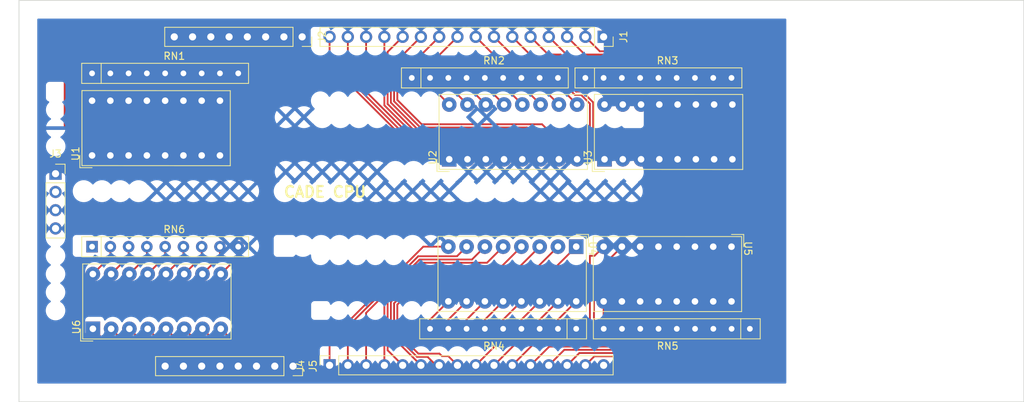
<source format=kicad_pcb>
(kicad_pcb (version 20211014) (generator pcbnew)
  (layers (0 "F.Cu" signal) (1 "In1.Cu" signal) (2 "In2.Cu" signal) (31 "B.Cu" signal) (34 "B.Paste" user) (35 "F.Paste" user) (36 "B.SilkS" user "B.Silkscreen") (37 "F.SilkS" user "F.Silkscreen") (38 "B.Mask" user) (39 "F.Mask" user) (44 "Edge.Cuts" user))
  (net 0 "")
  (net 1 "A0")
  (net 2 "A1")
  (net 3 "A2")
  (net 4 "A3")
  (net 5 "A4")
  (net 6 "A5")
  (net 7 "A6")
  (net 8 "A7")
  (net 9 "A8")
  (net 10 "A9")
  (net 11 "A10")
  (net 12 "A11")
  (net 13 "A12")
  (net 14 "A13")
  (net 15 "A14")
  (net 16 "A15")
  (net 17 "D0")
  (net 18 "D1")
  (net 19 "D2")
  (net 20 "D3")
  (net 21 "D4")
  (net 22 "D5")
  (net 23 "D6")
  (net 24 "D7")
  (net 25 "CLK")
  (net 26 "RST")
  (net 27 "GND")
  (net 28 "+5V")
  (net 29 "X")
  (net 30 "OI")
  (net 31 "MW")
  (net 32 "H")
  (net 33 "C")
  (net 34 "~{II}")
  (net 35 "Im")
  (net 36 "~{ΣO}")
  (net 37 "~{ΣI}")
  (net 38 "RO")
  (net 39 "RI")
  (net 40 "~{MO}")
  (net 41 "MI")
  (net 42 "~{CO}")
  (net 43 "CE")
  (net 44 "~{CI}")
  (net 45 "Net-(RN1-Pad2)")
  (net 46 "Net-(RN1-Pad3)")
  (net 47 "Net-(RN1-Pad4)")
  (net 48 "Net-(RN1-Pad5)")
  (net 49 "Net-(RN1-Pad6)")
  (net 50 "Net-(RN1-Pad7)")
  (net 51 "Net-(RN1-Pad8)")
  (net 52 "Net-(RN1-Pad9)")
  (net 53 "Net-(RN2-Pad2)")
  (net 54 "Net-(RN2-Pad3)")
  (net 55 "Net-(RN2-Pad4)")
  (net 56 "Net-(RN2-Pad5)")
  (net 57 "Net-(RN2-Pad6)")
  (net 58 "Net-(RN2-Pad7)")
  (net 59 "Net-(RN2-Pad8)")
  (net 60 "Net-(RN2-Pad9)")
  (net 61 "Net-(RN3-Pad2)")
  (net 62 "Net-(RN3-Pad3)")
  (net 63 "Net-(RN3-Pad4)")
  (net 64 "Net-(RN3-Pad5)")
  (net 65 "Net-(RN3-Pad6)")
  (net 66 "Net-(RN3-Pad7)")
  (net 67 "Net-(RN3-Pad8)")
  (net 68 "Net-(RN3-Pad9)")
  (net 69 "Net-(RN4-Pad2)")
  (net 70 "Net-(RN4-Pad3)")
  (net 71 "Net-(RN4-Pad4)")
  (net 72 "Net-(RN4-Pad5)")
  (net 73 "Net-(RN4-Pad6)")
  (net 74 "Net-(RN4-Pad7)")
  (net 75 "Net-(RN4-Pad8)")
  (net 76 "Net-(RN4-Pad9)")
  (net 77 "Net-(RN5-Pad2)")
  (net 78 "Net-(RN5-Pad3)")
  (net 79 "Net-(RN5-Pad4)")
  (net 80 "Net-(RN5-Pad5)")
  (net 81 "Net-(RN5-Pad6)")
  (net 82 "Net-(RN5-Pad7)")
  (net 83 "Net-(RN5-Pad8)")
  (net 84 "Net-(RN5-Pad9)")
  (net 85 "I0")
  (net 86 "I1")
  (net 87 "I3")
  (net 88 "I4")
  (net 89 "I5")
  (net 90 "I6")
  (net 91 "I7")
  (net 92 "I8")
  (net 93 "Net-(RN6-Pad2)")
  (net 94 "Net-(RN6-Pad3)")
  (net 95 "Net-(RN6-Pad4)")
  (net 96 "Net-(RN6-Pad5)")
  (net 97 "Net-(RN6-Pad6)")
  (net 98 "Net-(RN6-Pad7)")
  (net 99 "Net-(RN6-Pad8)")
  (net 100 "Net-(RN6-Pad9)")
  (footprint "Connector_PinSocket_2.54mm:PinSocket_1x08_P2.54mm_Vertical" (layer "F.Cu") (at 130.81 71.12 -90)
    (fp_text reference "J2")
    (fp_text value "DATA_BUS")
  )
  (footprint "Resistor_THT:R_Array_SIP9" (layer "F.Cu") (at 101.6 76.2)
    (fp_text reference "RN1")
    (fp_text value "R_Network08")
  )
  (footprint "Display:8-SEGMENT_LED" (layer "F.Cu") (at 168.91 100.323623 -90)
    (fp_text reference "U4")
    (fp_text value "8_Segment_LED_Bar_Graph")
  )
  (footprint "Resistor_THT:R_Array_SIP9" (layer "F.Cu") (at 101.6 100.33)
    (fp_text reference "RN6")
    (fp_text value "R_Network08")
  )
  (footprint "Resistor_THT:R_Array_SIP9" (layer "F.Cu") (at 170.18 76.835)
    (fp_text reference "RN3")
    (fp_text value "R_Network08")
  )
  (footprint "Resistor_THT:R_Array_SIP9" (layer "F.Cu") (at 146.05 76.835)
    (fp_text reference "RN2")
    (fp_text value "R_Network08")
  )
  (footprint "Display:8-SEGMENT_LED" (layer "F.Cu") (at 190.5 100.33 -90)
    (fp_text reference "U5")
    (fp_text value "8_Segment_LED_Bar_Graph")
  )
  (footprint "Connector_PinSocket_2.54mm:PinSocket_1x04_P2.54mm_Vertical" (layer "F.Cu") (at 96.52 90.17)
    (fp_text reference "J3")
    (fp_text value "Conn_01x03_Female")
  )
  (footprint "Display:8-SEGMENT_LED" (layer "F.Cu") (at 172.844845 88.160558 90)
    (fp_text reference "U3")
    (fp_text value "8_Segment_LED_Bar_Graph")
  )
  (footprint "Resistor_THT:R_Array_SIP9" (layer "F.Cu") (at 168.91 111.76 180)
    (fp_text reference "RN4")
    (fp_text value "R_Network08")
  )
  (footprint "Resistor_THT:R_Array_SIP9" (layer "F.Cu") (at 193.055 111.76 180)
    (fp_text reference "RN5")
    (fp_text value "R_Network08")
  )
  (footprint "Connector_PinSocket_2.54mm:PinSocket_1x16_P2.54mm_Vertical" (layer "F.Cu") (at 172.72 71.12 -90)
    (fp_text reference "J1")
    (fp_text value "ADDR_BUS")
  )
  (footprint "Connector_PinSocket_2.54mm:PinSocket_1x16_P2.54mm_Vertical" (layer "F.Cu") (at 134.62 116.84 90)
    (fp_text reference "J4")
    (fp_text value "CTRL_BUS")
  )
  (footprint "Connector_PinSocket_2.54mm:PinSocket_1x08_P2.54mm_Vertical" (layer "F.Cu") (at 129.54 116.96 -90)
    (fp_text reference "J5")
    (fp_text value "INST_REG")
  )
  (footprint "Display:8-SEGMENT_LED" (layer "F.Cu") (at 101.709845 111.76 90)
    (fp_text reference "U6")
    (fp_text value "8_Segment_LED_Bar_Graph")
  )
  (footprint "Display:8-SEGMENT_LED" (layer "F.Cu") (at 151.254845 88.160558 90)
    (fp_text reference "U2")
    (fp_text value "8_Segment_LED_Bar_Graph")
  )
  (footprint "Display:8-SEGMENT_LED" (layer "F.Cu") (at 101.6 87.63 90)
    (fp_text reference "U1")
    (fp_text value "8_Segment_LED_Bar_Graph")
  )
  (gr_line (start 231.14 121.92) (end 91.44 121.92) (layer "Edge.Cuts") (width 0.1))
  (gr_line (start 91.44 121.92) (end 91.44 66.04) (layer "Edge.Cuts") (width 0.1))
  (gr_line (start 91.44 66.04) (end 231.14 66.04) (layer "Edge.Cuts") (width 0.1))
  (gr_line (start 231.14 66.04) (end 231.14 121.92) (layer "Edge.Cuts") (width 0.1))
  (gr_text "CADE CPU" (at 133.985 92.71) (layer "F.SilkS") (effects (font (size 1.5 1.5) (thickness 0.3))))
  (segment (start 174.28 72.68) (end 191.43198 72.68) (width 0.25) (layer "F.Cu") (net 1))
  (segment (start 190.624845 86.242135) (end 190.624845 88.160558) (width 0.25) (layer "F.Cu") (net 1))
  (segment (start 195.29 81.57698) (end 190.624845 86.242135) (width 0.25) (layer "F.Cu") (net 1))
  (segment (start 191.43198 72.68) (end 195.29 76.53802) (width 0.25) (layer "F.Cu") (net 1))
  (segment (start 195.29 76.53802) (end 195.29 81.57698) (width 0.25) (layer "F.Cu") (net 1))
  (segment (start 172.72 71.12) (end 174.28 72.68) (width 0.25) (layer "F.Cu") (net 1))
  (segment (start 194.84 76.724416) (end 194.84 81.390584) (width 0.25) (layer "F.Cu") (net 2))
  (segment (start 194.84 81.390584) (end 188.084845 88.145739) (width 0.25) (layer "F.Cu") (net 2))
  (segment (start 172.19 73.13) (end 191.245584 73.13) (width 0.25) (layer "F.Cu") (net 2))
  (segment (start 191.245584 73.13) (end 194.84 76.724416) (width 0.25) (layer "F.Cu") (net 2))
  (segment (start 170.18 71.12) (end 172.19 73.13) (width 0.25) (layer "F.Cu") (net 2))
  (segment (start 188.084845 88.145739) (end 188.084845 88.160558) (width 0.25) (layer "F.Cu") (net 2))
  (segment (start 191.059188 73.58) (end 194.39 76.910812) (width 0.25) (layer "F.Cu") (net 3))
  (segment (start 185.544845 87.505155) (end 185.544845 88.160558) (width 0.25) (layer "F.Cu") (net 3))
  (segment (start 194.39 81.204188) (end 191.509188 84.085) (width 0.25) (layer "F.Cu") (net 3))
  (segment (start 188.965 84.085) (end 185.544845 87.505155) (width 0.25) (layer "F.Cu") (net 3))
  (segment (start 194.39 76.910812) (end 194.39 81.204188) (width 0.25) (layer "F.Cu") (net 3))
  (segment (start 170.1 73.58) (end 191.059188 73.58) (width 0.25) (layer "F.Cu") (net 3))
  (segment (start 167.64 71.12) (end 170.1 73.58) (width 0.25) (layer "F.Cu") (net 3))
  (segment (start 191.509188 84.085) (end 188.965 84.085) (width 0.25) (layer "F.Cu") (net 3))
  (segment (start 165.1 71.12) (end 168.01 74.03) (width 0.25) (layer "F.Cu") (net 4))
  (segment (start 193.94 77.097208) (end 193.94 81.017792) (width 0.25) (layer "F.Cu") (net 4))
  (segment (start 190.872792 74.03) (end 193.94 77.097208) (width 0.25) (layer "F.Cu") (net 4))
  (segment (start 191.322792 83.635) (end 187.530403 83.635) (width 0.25) (layer "F.Cu") (net 4))
  (segment (start 187.530403 83.635) (end 183.004845 88.160558) (width 0.25) (layer "F.Cu") (net 4))
  (segment (start 193.94 81.017792) (end 191.322792 83.635) (width 0.25) (layer "F.Cu") (net 4))
  (segment (start 168.01 74.03) (end 190.872792 74.03) (width 0.25) (layer "F.Cu") (net 4))
  (segment (start 166.74 73.58) (end 167.64 74.48) (width 0.25) (layer "F.Cu") (net 5))
  (segment (start 167.64 74.48) (end 190.686396 74.48) (width 0.25) (layer "F.Cu") (net 5))
  (segment (start 193.49 77.283604) (end 193.49 80.831396) (width 0.25) (layer "F.Cu") (net 5))
  (segment (start 190.686396 74.48) (end 193.49 77.283604) (width 0.25) (layer "F.Cu") (net 5))
  (segment (start 165.02 73.58) (end 166.74 73.58) (width 0.25) (layer "F.Cu") (net 5))
  (segment (start 191.136396 83.185) (end 185.440403 83.185) (width 0.25) (layer "F.Cu") (net 5))
  (segment (start 185.440403 83.185) (end 180.464845 88.160558) (width 0.25) (layer "F.Cu") (net 5))
  (segment (start 162.56 71.12) (end 165.02 73.58) (width 0.25) (layer "F.Cu") (net 5))
  (segment (start 193.49 80.831396) (end 191.136396 83.185) (width 0.25) (layer "F.Cu") (net 5))
  (segment (start 193.04 77.47) (end 193.04 80.645) (width 0.25) (layer "F.Cu") (net 6))
  (segment (start 177.924845 88.140155) (end 177.924845 88.160558) (width 0.25) (layer "F.Cu") (net 6))
  (segment (start 160.02 71.12) (end 162.93 74.03) (width 0.25) (layer "F.Cu") (net 6))
  (segment (start 162.93 74.03) (end 166.428783 74.03) (width 0.25) (layer "F.Cu") (net 6))
  (segment (start 167.328783 74.93) (end 190.5 74.93) (width 0.25) (layer "F.Cu") (net 6))
  (segment (start 190.5 74.93) (end 193.04 77.47) (width 0.25) (layer "F.Cu") (net 6))
  (segment (start 191.135 82.55) (end 183.515 82.55) (width 0.25) (layer "F.Cu") (net 6))
  (segment (start 183.515 82.55) (end 177.924845 88.140155) (width 0.25) (layer "F.Cu") (net 6))
  (segment (start 193.04 80.645) (end 191.135 82.55) (width 0.25) (layer "F.Cu") (net 6))
  (segment (start 166.428783 74.03) (end 167.328783 74.93) (width 0.25) (layer "F.Cu") (net 6))
  (segment (start 167.958198 77.786802) (end 168.910698 78.739302) (width 0.25) (layer "F.Cu") (net 7))
  (segment (start 169.767144 78.74) (end 171.265 80.237856) (width 0.25) (layer "F.Cu") (net 7))
  (segment (start 171.265 80.237856) (end 171.265 84.040713) (width 0.25) (layer "F.Cu") (net 7))
  (segment (start 160.84 74.48) (end 166.242387 74.48) (width 0.25) (layer "F.Cu") (net 7))
  (segment (start 167.958198 76.195811) (end 167.958198 77.786802) (width 0.25) (layer "F.Cu") (net 7))
  (segment (start 168.911396 78.74) (end 169.767144 78.74) (width 0.25) (layer "F.Cu") (net 7))
  (segment (start 168.910698 78.739302) (end 168.911396 78.74) (width 0.25) (layer "F.Cu") (net 7))
  (segment (start 171.265 84.040713) (end 175.384845 88.160558) (width 0.25) (layer "F.Cu") (net 7))
  (segment (start 166.242387 74.48) (end 167.958198 76.195811) (width 0.25) (layer "F.Cu") (net 7))
  (segment (start 168.910698 78.739302) (end 168.920954 78.749558) (width 0.25) (layer "F.Cu") (net 7))
  (segment (start 157.48 71.12) (end 160.84 74.48) (width 0.25) (layer "F.Cu") (net 7))
  (segment (start 166.055991 74.93) (end 167.495 76.369009) (width 0.25) (layer "F.Cu") (net 8))
  (segment (start 168.734558 79.199558) (end 169.590306 79.199558) (width 0.25) (layer "F.Cu") (net 8))
  (segment (start 167.495 77.96) (end 168.734558 79.199558) (width 0.25) (layer "F.Cu") (net 8))
  (segment (start 170.815 86.130713) (end 172.844845 88.160558) (width 0.25) (layer "F.Cu") (net 8))
  (segment (start 169.590306 79.199558) (end 170.815 80.424252) (width 0.25) (layer "F.Cu") (net 8))
  (segment (start 154.94 71.12) (end 158.75 74.93) (width 0.25) (layer "F.Cu") (net 8))
  (segment (start 167.495 76.369009) (end 167.495 77.96) (width 0.25) (layer "F.Cu") (net 8))
  (segment (start 158.75 74.93) (end 166.055991 74.93) (width 0.25) (layer "F.Cu") (net 8))
  (segment (start 170.815 80.424252) (end 170.815 86.130713) (width 0.25) (layer "F.Cu") (net 8))
  (segment (start 144.04 79.905) (end 147.425 83.29) (width 0.25) (layer "F.Cu") (net 9))
  (segment (start 144.04 75.67) (end 144.04 79.905) (width 0.25) (layer "F.Cu") (net 9))
  (segment (start 152.4 71.12) (end 149.225 74.295) (width 0.25) (layer "F.Cu") (net 9))
  (segment (start 147.425 83.29) (end 164.164287 83.29) (width 0.25) (layer "F.Cu") (net 9))
  (segment (start 164.164287 83.29) (end 169.034845 88.160558) (width 0.25) (layer "F.Cu") (net 9))
  (segment (start 149.225 74.295) (end 145.415 74.295) (width 0.25) (layer "F.Cu") (net 9))
  (segment (start 145.415 74.295) (end 144.04 75.67) (width 0.25) (layer "F.Cu") (net 9))
  (segment (start 143.59 75.483604) (end 143.59 80.091396) (width 0.25) (layer "F.Cu") (net 10))
  (segment (start 143.59 80.091396) (end 147.238604 83.74) (width 0.25) (layer "F.Cu") (net 10))
  (segment (start 145.228604 73.845) (end 143.59 75.483604) (width 0.25) (layer "F.Cu") (net 10))
  (segment (start 147.135 73.845) (end 145.228604 73.845) (width 0.25) (layer "F.Cu") (net 10))
  (segment (start 162.074287 83.74) (end 166.494845 88.160558) (width 0.25) (layer "F.Cu") (net 10))
  (segment (start 147.238604 83.74) (end 162.074287 83.74) (width 0.25) (layer "F.Cu") (net 10))
  (segment (start 149.86 71.12) (end 147.135 73.845) (width 0.25) (layer "F.Cu") (net 10))
  (segment (start 143.14 75.297208) (end 143.14 80.277792) (width 0.25) (layer "F.Cu") (net 11))
  (segment (start 145.412208 73.025) (end 143.14 75.297208) (width 0.25) (layer "F.Cu") (net 11))
  (segment (start 143.14 80.277792) (end 147.052208 84.19) (width 0.25) (layer "F.Cu") (net 11))
  (segment (start 147.32 71.12) (end 145.415 73.025) (width 0.25) (layer "F.Cu") (net 11))
  (segment (start 159.984287 84.19) (end 163.954845 88.160558) (width 0.25) (layer "F.Cu") (net 11))
  (segment (start 145.415 73.025) (end 145.412208 73.025) (width 0.25) (layer "F.Cu") (net 11))
  (segment (start 147.052208 84.19) (end 159.984287 84.19) (width 0.25) (layer "F.Cu") (net 11))
  (segment (start 157.894287 84.64) (end 161.414845 88.160558) (width 0.25) (layer "F.Cu") (net 12))
  (segment (start 142.69 73.21) (end 142.69 80.464188) (width 0.25) (layer "F.Cu") (net 12))
  (segment (start 142.69 80.464188) (end 146.865812 84.64) (width 0.25) (layer "F.Cu") (net 12))
  (segment (start 144.78 71.12) (end 142.69 73.21) (width 0.25) (layer "F.Cu") (net 12))
  (segment (start 146.865812 84.64) (end 157.894287 84.64) (width 0.25) (layer "F.Cu") (net 12))
  (segment (start 155.804287 85.09) (end 158.874845 88.160558) (width 0.25) (layer "F.Cu") (net 13))
  (segment (start 142.24 71.12) (end 142.24 80.650584) (width 0.25) (layer "F.Cu") (net 13))
  (segment (start 142.24 80.650584) (end 146.679416 85.09) (width 0.25) (layer "F.Cu") (net 13))
  (segment (start 146.679416 85.09) (end 155.804287 85.09) (width 0.25) (layer "F.Cu") (net 13))
  (segment (start 153.899287 85.725) (end 156.334845 88.160558) (width 0.25) (layer "F.Cu") (net 14))
  (segment (start 139.7 71.12) (end 139.7 78.74698) (width 0.25) (layer "F.Cu") (net 14))
  (segment (start 146.67802 85.725) (end 153.899287 85.725) (width 0.25) (layer "F.Cu") (net 14))
  (segment (start 139.7 78.74698) (end 146.67802 85.725) (width 0.25) (layer "F.Cu") (net 14))
  (segment (start 146.676624 86.36) (end 151.994287 86.36) (width 0.25) (layer "F.Cu") (net 15))
  (segment (start 137.16 71.12) (end 137.16 76.843376) (width 0.25) (layer "F.Cu") (net 15))
  (segment (start 137.16 76.843376) (end 146.676624 86.36) (width 0.25) (layer "F.Cu") (net 15))
  (segment (start 151.994287 86.36) (end 153.794845 88.160558) (width 0.25) (layer "F.Cu") (net 15))
  (segment (start 134.62 71.12) (end 134.62 74.939772) (width 0.25) (layer "F.Cu") (net 16))
  (segment (start 134.62 74.939772) (end 147.840786 88.160558) (width 0.25) (layer "F.Cu") (net 16))
  (segment (start 147.840786 88.160558) (end 151.254845 88.160558) (width 0.25) (layer "F.Cu") (net 16))
  (segment (start 130.81 71.12) (end 130.81 76.2) (width 0.25) (layer "F.Cu") (net 17))
  (segment (start 130.81 76.2) (end 119.38 87.63) (width 0.25) (layer "F.Cu") (net 17))
  (segment (start 128.27 71.12) (end 128.27 78.103604) (width 0.25) (layer "F.Cu") (net 18))
  (segment (start 118.181 86.289) (end 116.84 87.63) (width 0.25) (layer "F.Cu") (net 18))
  (segment (start 120.084604 86.289) (end 118.181 86.289) (width 0.25) (layer "F.Cu") (net 18))
  (segment (start 128.27 78.103604) (end 120.084604 86.289) (width 0.25) (layer "F.Cu") (net 18))
  (segment (start 125.73 71.12) (end 125.73 80.007208) (width 0.25) (layer "F.Cu") (net 19))
  (segment (start 125.73 80.007208) (end 119.898208 85.839) (width 0.25) (layer "F.Cu") (net 19))
  (segment (start 116.091 85.839) (end 114.3 87.63) (width 0.25) (layer "F.Cu") (net 19))
  (segment (start 119.898208 85.839) (end 116.091 85.839) (width 0.25) (layer "F.Cu") (net 19))
  (segment (start 123.19 71.12) (end 125.28 73.21) (width 0.25) (layer "F.Cu") (net 20))
  (segment (start 125.28 73.21) (end 125.28 79.820812) (width 0.25) (layer "F.Cu") (net 20))
  (segment (start 125.28 79.820812) (end 119.711812 85.389) (width 0.25) (layer "F.Cu") (net 20))
  (segment (start 114.001 85.389) (end 111.76 87.63) (width 0.25) (layer "F.Cu") (net 20))
  (segment (start 119.711812 85.389) (end 114.001 85.389) (width 0.25) (layer "F.Cu") (net 20))
  (segment (start 111.911 84.939) (end 109.22 87.63) (width 0.25) (layer "F.Cu") (net 21))
  (segment (start 121.825 72.295) (end 123.728604 72.295) (width 0.25) (layer "F.Cu") (net 21))
  (segment (start 120.65 71.12) (end 121.825 72.295) (width 0.25) (layer "F.Cu") (net 21))
  (segment (start 124.83 79.634416) (end 119.525416 84.939) (width 0.25) (layer "F.Cu") (net 21))
  (segment (start 124.83 73.396396) (end 124.83 79.634416) (width 0.25) (layer "F.Cu") (net 21))
  (segment (start 123.728604 72.295) (end 124.83 73.396396) (width 0.25) (layer "F.Cu") (net 21))
  (segment (start 119.525416 84.939) (end 111.911 84.939) (width 0.25) (layer "F.Cu") (net 21))
  (segment (start 119.33902 84.489) (end 109.821 84.489) (width 0.25) (layer "F.Cu") (net 22))
  (segment (start 124.38 73.582792) (end 124.38 79.44802) (width 0.25) (layer "F.Cu") (net 22))
  (segment (start 119.735 72.745) (end 123.542208 72.745) (width 0.25) (layer "F.Cu") (net 22))
  (segment (start 123.542208 72.745) (end 124.38 73.582792) (width 0.25) (layer "F.Cu") (net 22))
  (segment (start 118.11 71.12) (end 119.735 72.745) (width 0.25) (layer "F.Cu") (net 22))
  (segment (start 109.821 84.489) (end 106.68 87.63) (width 0.25) (layer "F.Cu") (net 22))
  (segment (start 124.38 79.44802) (end 119.33902 84.489) (width 0.25) (layer "F.Cu") (net 22))
  (segment (start 117.794594 73.344594) (end 123.505406 73.344594) (width 0.25) (layer "F.Cu") (net 23))
  (segment (start 123.93 73.769188) (end 123.93 79.261624) (width 0.25) (layer "F.Cu") (net 23))
  (segment (start 119.152624 84.039) (end 107.731 84.039) (width 0.25) (layer "F.Cu") (net 23))
  (segment (start 115.57 71.12) (end 117.794594 73.344594) (width 0.25) (layer "F.Cu") (net 23))
  (segment (start 107.731 84.039) (end 104.14 87.63) (width 0.25) (layer "F.Cu") (net 23))
  (segment (start 123.93 79.261624) (end 119.152624 84.039) (width 0.25) (layer "F.Cu") (net 23))
  (segment (start 123.505406 73.344594) (end 123.93 73.769188) (width 0.25) (layer "F.Cu") (net 23))
  (segment (start 97.79 74.93) (end 97.79 83.82) (width 0.25) (layer "F.Cu") (net 24))
  (segment (start 97.79 83.82) (end 101.6 87.63) (width 0.25) (layer "F.Cu") (net 24))
  (segment (start 101.6 71.12) (end 97.79 74.93) (width 0.25) (layer "F.Cu") (net 24))
  (segment (start 113.03 71.12) (end 101.6 71.12) (width 0.25) (layer "F.Cu") (net 24))
  (segment (start 134.62 113.355435) (end 147.651812 100.323623) (width 0.25) (layer "F.Cu") (net 29))
  (segment (start 134.62 116.84) (end 134.62 113.355435) (width 0.25) (layer "F.Cu") (net 29))
  (segment (start 147.651812 100.323623) (end 151.13 100.323623) (width 0.25) (layer "F.Cu") (net 29))
  (segment (start 146.947208 101.664623) (end 152.329 101.664623) (width 0.25) (layer "F.Cu") (net 30))
  (segment (start 152.329 101.664623) (end 153.67 100.323623) (width 0.25) (layer "F.Cu") (net 30))
  (segment (start 137.16 111.451831) (end 146.947208 101.664623) (width 0.25) (layer "F.Cu") (net 30))
  (segment (start 137.16 116.84) (end 137.16 111.451831) (width 0.25) (layer "F.Cu") (net 30))
  (segment (start 139.7 116.84) (end 139.7 109.548227) (width 0.25) (layer "F.Cu") (net 31))
  (segment (start 147.133604 102.114623) (end 154.419 102.114623) (width 0.25) (layer "F.Cu") (net 31))
  (segment (start 154.419 102.114623) (end 156.21 100.323623) (width 0.25) (layer "F.Cu") (net 31))
  (segment (start 139.7 109.548227) (end 147.133604 102.114623) (width 0.25) (layer "F.Cu") (net 31))
  (segment (start 142.24 107.644623) (end 147.32 102.564623) (width 0.25) (layer "F.Cu") (net 32))
  (segment (start 147.32 102.564623) (end 156.509 102.564623) (width 0.25) (layer "F.Cu") (net 32))
  (segment (start 142.24 116.84) (end 142.24 107.644623) (width 0.25) (layer "F.Cu") (net 32))
  (segment (start 156.509 102.564623) (end 158.75 100.323623) (width 0.25) (layer "F.Cu") (net 32))
  (segment (start 142.69 107.831019) (end 147.506396 103.014623) (width 0.25) (layer "F.Cu") (net 33))
  (segment (start 158.599 103.014623) (end 161.29 100.323623) (width 0.25) (layer "F.Cu") (net 33))
  (segment (start 144.78 116.84) (end 142.69 114.75) (width 0.25) (layer "F.Cu") (net 33))
  (segment (start 147.506396 103.014623) (end 158.599 103.014623) (width 0.25) (layer "F.Cu") (net 33))
  (segment (start 142.69 114.75) (end 142.69 107.831019) (width 0.25) (layer "F.Cu") (net 33))
  (segment (start 147.692792 103.464623) (end 160.689 103.464623) (width 0.25) (layer "F.Cu") (net 34))
  (segment (start 143.14 108.017415) (end 147.692792 103.464623) (width 0.25) (layer "F.Cu") (net 34))
  (segment (start 147.32 116.84) (end 143.14 112.66) (width 0.25) (layer "F.Cu") (net 34))
  (segment (start 160.689 103.464623) (end 163.83 100.323623) (width 0.25) (layer "F.Cu") (net 34))
  (segment (start 143.14 112.66) (end 143.14 108.017415) (width 0.25) (layer "F.Cu") (net 34))
  (segment (start 162.779 103.914623) (end 166.37 100.323623) (width 0.25) (layer "F.Cu") (net 35))
  (segment (start 143.59 112.473604) (end 143.59 108.203811) (width 0.25) (layer "F.Cu") (net 35))
  (segment (start 147.879188 103.914623) (end 162.779 103.914623) (width 0.25) (layer "F.Cu") (net 35))
  (segment (start 146.781396 115.665) (end 143.59 112.473604) (width 0.25) (layer "F.Cu") (net 35))
  (segment (start 148.24585 115.665) (end 146.781396 115.665) (width 0.25) (layer "F.Cu") (net 35))
  (segment (start 149.42085 116.84) (end 148.24585 115.665) (width 0.25) (layer "F.Cu") (net 35))
  (segment (start 143.59 108.203811) (end 147.879188 103.914623) (width 0.25) (layer "F.Cu") (net 35))
  (segment (start 149.86 116.84) (end 149.42085 116.84) (width 0.25) (layer "F.Cu") (net 35))
  (segment (start 148.065584 104.364623) (end 164.869 104.364623) (width 0.25) (layer "F.Cu") (net 36))
  (segment (start 164.869 104.364623) (end 168.91 100.323623) (width 0.25) (layer "F.Cu") (net 36))
  (segment (start 144.04 112.287208) (end 144.04 108.390207) (width 0.25) (layer "F.Cu") (net 36))
  (segment (start 150.251701 115.57) (end 149.896701 115.215) (width 0.25) (layer "F.Cu") (net 36))
  (segment (start 144.04 108.390207) (end 148.065584 104.364623) (width 0.25) (layer "F.Cu") (net 36))
  (segment (start 152.4 116.84) (end 151.13 115.57) (width 0.25) (layer "F.Cu") (net 36))
  (segment (start 149.896701 115.215) (end 146.967792 115.215) (width 0.25) (layer "F.Cu") (net 36))
  (segment (start 151.13 115.57) (end 150.251701 115.57) (width 0.25) (layer "F.Cu") (net 36))
  (segment (start 146.967792 115.215) (end 144.04 112.287208) (width 0.25) (layer "F.Cu") (net 36))
  (segment (start 171.45 101.6) (end 172.72 100.33) (width 0.25) (layer "F.Cu") (net 37))
  (segment (start 170.035 112.885) (end 170.815 112.105) (width 0.25) (layer "F.Cu") (net 37))
  (segment (start 154.94 116.84) (end 158.895 112.885) (width 0.25) (layer "F.Cu") (net 37))
  (segment (start 170.815 112.105) (end 170.815 101.6) (width 0.25) (layer "F.Cu") (net 37))
  (segment (start 158.895 112.885) (end 170.035 112.885) (width 0.25) (layer "F.Cu") (net 37))
  (segment (start 170.815 101.6) (end 171.45 101.6) (width 0.25) (layer "F.Cu") (net 37))
  (segment (start 170.221396 113.335) (end 171.379 112.177396) (width 0.25) (layer "F.Cu") (net 38))
  (segment (start 171.379 104.211) (end 175.26 100.33) (width 0.25) (layer "F.Cu") (net 38))
  (segment (start 160.985 113.335) (end 170.221396 113.335) (width 0.25) (layer "F.Cu") (net 38))
  (segment (start 171.379 112.177396) (end 171.379 104.211) (width 0.25) (layer "F.Cu") (net 38))
  (segment (start 157.48 116.84) (end 160.985 113.335) (width 0.25) (layer "F.Cu") (net 38))
  (segment (start 183.515 106.045) (end 177.8 100.33) (width 0.25) (layer "F.Cu") (net 39))
  (segment (start 195.05 109.966282) (end 191.128718 106.045) (width 0.25) (layer "F.Cu") (net 39))
  (segment (start 195.05 112.91802) (end 195.05 109.966282) (width 0.25) (layer "F.Cu") (net 39))
  (segment (start 163.075 113.785) (end 194.18302 113.785) (width 0.25) (layer "F.Cu") (net 39))
  (segment (start 160.02 116.84) (end 163.075 113.785) (width 0.25) (layer "F.Cu") (net 39))
  (segment (start 194.18302 113.785) (end 195.05 112.91802) (width 0.25) (layer "F.Cu") (net 39))
  (segment (start 191.128718 106.045) (end 183.515 106.045) (width 0.25) (layer "F.Cu") (net 39))
  (segment (start 185.42 105.41) (end 180.34 100.33) (width 0.25) (layer "F.Cu") (net 40))
  (segment (start 191.130114 105.41) (end 185.42 105.41) (width 0.25) (layer "F.Cu") (net 40))
  (segment (start 195.5 113.104416) (end 195.5 109.779886) (width 0.25) (layer "F.Cu") (net 40))
  (segment (start 162.56 116.84) (end 165.165 114.235) (width 0.25) (layer "F.Cu") (net 40))
  (segment (start 194.369416 114.235) (end 195.5 113.104416) (width 0.25) (layer "F.Cu") (net 40))
  (segment (start 195.5 109.779886) (end 191.130114 105.41) (width 0.25) (layer "F.Cu") (net 40))
  (segment (start 165.165 114.235) (end 194.369416 114.235) (width 0.25) (layer "F.Cu") (net 40))
  (segment (start 187.325 104.775) (end 182.88 100.33) (width 0.25) (layer "F.Cu") (net 41))
  (segment (start 195.95 109.59349) (end 191.13151 104.775) (width 0.25) (layer "F.Cu") (net 41))
  (segment (start 194.555812 114.685) (end 195.95 113.290812) (width 0.25) (layer "F.Cu") (net 41))
  (segment (start 165.1 116.84) (end 167.255 114.685) (width 0.25) (layer "F.Cu") (net 41))
  (segment (start 195.95 113.290812) (end 195.95 109.59349) (width 0.25) (layer "F.Cu") (net 41))
  (segment (start 167.255 114.685) (end 194.555812 114.685) (width 0.25) (layer "F.Cu") (net 41))
  (segment (start 191.13151 104.775) (end 187.325 104.775) (width 0.25) (layer "F.Cu") (net 41))
  (segment (start 194.742208 115.135) (end 196.4 113.477208) (width 0.25) (layer "F.Cu") (net 42))
  (segment (start 169.345 115.135) (end 194.742208 115.135) (width 0.25) (layer "F.Cu") (net 42))
  (segment (start 196.4 113.477208) (end 196.4 109.407094) (width 0.25) (layer "F.Cu") (net 42))
  (segment (start 167.64 116.84) (end 169.345 115.135) (width 0.25) (layer "F.Cu") (net 42))
  (segment (start 185.42 100.965) (end 185.42 100.33) (width 0.25) (layer "F.Cu") (net 42))
  (segment (start 191.317906 104.325) (end 188.78 104.325) (width 0.25) (layer "F.Cu") (net 42))
  (segment (start 196.4 109.407094) (end 191.317906 104.325) (width 0.25) (layer "F.Cu") (net 42))
  (segment (start 188.78 104.325) (end 185.42 100.965) (width 0.25) (layer "F.Cu") (net 42))
  (segment (start 170.18 116.84) (end 171.435 115.585) (width 0.25) (layer "F.Cu") (net 43))
  (segment (start 187.96 100.330698) (end 187.96 100.33) (width 0.25) (layer "F.Cu") (net 43))
  (segment (start 196.85 109.220698) (end 187.96 100.330698) (width 0.25) (layer "F.Cu") (net 43))
  (segment (start 196.85 113.663604) (end 196.85 109.220698) (width 0.25) (layer "F.Cu") (net 43))
  (segment (start 194.928604 115.585) (end 196.85 113.663604) (width 0.25) (layer "F.Cu") (net 43))
  (segment (start 171.435 115.585) (end 194.928604 115.585) (width 0.25) (layer "F.Cu") (net 43))
  (segment (start 172.72 116.84) (end 194.31 116.84) (width 0.25) (layer "F.Cu") (net 44))
  (segment (start 190.5 102.234302) (end 190.5 100.33) (width 0.25) (layer "F.Cu") (net 44))
  (segment (start 197.485 109.219302) (end 190.5 102.234302) (width 0.25) (layer "F.Cu") (net 44))
  (segment (start 194.31 116.84) (end 197.485 113.665) (width 0.25) (layer "F.Cu") (net 44))
  (segment (start 197.485 113.665) (end 197.485 109.219302) (width 0.25) (layer "F.Cu") (net 44))
  (segment (start 101.709845 79.905558) (end 104.14 77.475403) (width 0.25) (layer "F.Cu") (net 45))
  (segment (start 104.14 77.475403) (end 104.14 76.2) (width 0.25) (layer "F.Cu") (net 45))
  (segment (start 104.249845 79.905558) (end 106.68 77.475403) (width 0.25) (layer "F.Cu") (net 46))
  (segment (start 106.68 77.475403) (end 106.68 76.2) (width 0.25) (layer "F.Cu") (net 46))
  (segment (start 109.22 77.475403) (end 109.22 76.2) (width 0.25) (layer "F.Cu") (net 47))
  (segment (start 106.789845 79.905558) (end 109.22 77.475403) (width 0.25) (layer "F.Cu") (net 47))
  (segment (start 111.76 77.475403) (end 111.76 76.2) (width 0.25) (layer "F.Cu") (net 48))
  (segment (start 109.329845 79.905558) (end 111.76 77.475403) (width 0.25) (layer "F.Cu") (net 48))
  (segment (start 111.869845 79.905558) (end 114.3 77.475403) (width 0.25) (layer "F.Cu") (net 49))
  (segment (start 114.3 77.475403) (end 114.3 76.2) (width 0.25) (layer "F.Cu") (net 49))
  (segment (start 116.84 77.475403) (end 116.84 76.2) (width 0.25) (layer "F.Cu") (net 50))
  (segment (start 114.409845 79.905558) (end 116.84 77.475403) (width 0.25) (layer "F.Cu") (net 50))
  (segment (start 119.38 77.47) (end 119.38 76.2) (width 0.25) (layer "F.Cu") (net 51))
  (segment (start 116.84 80.01) (end 119.38 77.47) (width 0.25) (layer "F.Cu") (net 51))
  (segment (start 121.92 77.47) (end 121.92 76.2) (width 0.25) (layer "F.Cu") (net 52))
  (segment (start 119.38 80.01) (end 121.92 77.47) (width 0.25) (layer "F.Cu") (net 52))
  (segment (start 151.254845 80.540558) (end 148.59 77.875713) (width 0.25) (layer "F.Cu") (net 53))
  (segment (start 148.59 77.875713) (end 148.59 76.835) (width 0.25) (layer "F.Cu") (net 53))
  (segment (start 153.794845 80.540558) (end 151.13 77.875713) (width 0.25) (layer "F.Cu") (net 54))
  (segment (start 151.13 77.875713) (end 151.13 76.835) (width 0.25) (layer "F.Cu") (net 54))
  (segment (start 153.67 77.875713) (end 153.67 76.835) (width 0.25) (layer "F.Cu") (net 55))
  (segment (start 156.334845 80.540558) (end 153.67 77.875713) (width 0.25) (layer "F.Cu") (net 55))
  (segment (start 156.21 77.875713) (end 156.21 76.835) (width 0.25) (layer "F.Cu") (net 56))
  (segment (start 158.874845 80.540558) (end 156.21 77.875713) (width 0.25) (layer "F.Cu") (net 56))
  (segment (start 161.414845 80.540558) (end 158.75 77.875713) (width 0.25) (layer "F.Cu") (net 57))
  (segment (start 158.75 77.875713) (end 158.75 76.835) (width 0.25) (layer "F.Cu") (net 57))
  (segment (start 163.954845 80.540558) (end 161.29 77.875713) (width 0.25) (layer "F.Cu") (net 58))
  (segment (start 161.29 77.875713) (end 161.29 76.835) (width 0.25) (layer "F.Cu") (net 58))
  (segment (start 166.494845 80.540558) (end 163.83 77.875713) (width 0.25) (layer "F.Cu") (net 59))
  (segment (start 163.83 77.875713) (end 163.83 76.835) (width 0.25) (layer "F.Cu") (net 59))
  (segment (start 169.034845 80.540558) (end 166.37 77.875713) (width 0.25) (layer "F.Cu") (net 60))
  (segment (start 166.37 77.875713) (end 166.37 76.835) (width 0.25) (layer "F.Cu") (net 60))
  (segment (start 172.844845 80.540558) (end 172.844845 76.959845) (width 0.25) (layer "F.Cu") (net 61))
  (segment (start 172.844845 76.959845) (end 172.72 76.835) (width 0.25) (layer "F.Cu") (net 61))
  (segment (start 175.384845 80.540558) (end 175.384845 76.959845) (width 0.25) (layer "F.Cu") (net 62))
  (segment (start 175.384845 76.959845) (end 175.26 76.835) (width 0.25) (layer "F.Cu") (net 62))
  (segment (start 177.924845 80.540558) (end 177.924845 76.959845) (width 0.25) (layer "F.Cu") (net 63))
  (segment (start 177.924845 76.959845) (end 177.8 76.835) (width 0.25) (layer "F.Cu") (net 63))
  (segment (start 180.464845 76.959845) (end 180.34 76.835) (width 0.25) (layer "F.Cu") (net 64))
  (segment (start 180.464845 80.540558) (end 180.464845 76.959845) (width 0.25) (layer "F.Cu") (net 64))
  (segment (start 183.004845 76.959845) (end 182.88 76.835) (width 0.25) (layer "F.Cu") (net 65))
  (segment (start 183.004845 80.540558) (end 183.004845 76.959845) (width 0.25) (layer "F.Cu") (net 65))
  (segment (start 185.544845 76.959845) (end 185.42 76.835) (width 0.25) (layer "F.Cu") (net 66))
  (segment (start 185.544845 80.540558) (end 185.544845 76.959845) (width 0.25) (layer "F.Cu") (net 66))
  (segment (start 188.084845 80.540558) (end 188.084845 76.959845) (width 0.25) (layer "F.Cu") (net 67))
  (segment (start 188.084845 76.959845) (end 187.96 76.835) (width 0.25) (layer "F.Cu") (net 67))
  (segment (start 190.624845 76.959845) (end 190.5 76.835) (width 0.25) (layer "F.Cu") (net 68))
  (segment (start 190.624845 80.540558) (end 190.624845 76.959845) (width 0.25) (layer "F.Cu") (net 68))
  (segment (start 166.37 110.483623) (end 166.37 111.76) (width 0.25) (layer "F.Cu") (net 69))
  (segment (start 168.91 107.943623) (end 166.37 110.483623) (width 0.25) (layer "F.Cu") (net 69))
  (segment (start 163.83 110.483623) (end 163.83 111.76) (width 0.25) (layer "F.Cu") (net 70))
  (segment (start 166.37 107.943623) (end 163.83 110.483623) (width 0.25) (layer "F.Cu") (net 70))
  (segment (start 163.83 107.943623) (end 161.29 110.483623) (width 0.25) (layer "F.Cu") (net 71))
  (segment (start 161.29 110.483623) (end 161.29 111.76) (width 0.25) (layer "F.Cu") (net 71))
  (segment (start 161.29 107.943623) (end 158.75 110.483623) (width 0.25) (layer "F.Cu") (net 72))
  (segment (start 158.75 110.483623) (end 158.75 111.76) (width 0.25) (layer "F.Cu") (net 72))
  (segment (start 156.21 110.483623) (end 156.21 111.76) (width 0.25) (layer "F.Cu") (net 73))
  (segment (start 158.75 107.943623) (end 156.21 110.483623) (width 0.25) (layer "F.Cu") (net 73))
  (segment (start 156.21 107.943623) (end 153.67 110.483623) (width 0.25) (layer "F.Cu") (net 74))
  (segment (start 153.67 110.483623) (end 153.67 111.76) (width 0.25) (layer "F.Cu") (net 74))
  (segment (start 153.67 107.943623) (end 151.13 110.483623) (width 0.25) (layer "F.Cu") (net 75))
  (segment (start 151.13 110.483623) (end 151.13 111.76) (width 0.25) (layer "F.Cu") (net 75))
  (segment (start 148.59 110.483623) (end 148.59 111.76) (width 0.25) (layer "F.Cu") (net 76))
  (segment (start 151.13 107.943623) (end 148.59 110.483623) (width 0.25) (layer "F.Cu") (net 76))
  (segment (start 190.5 107.95) (end 190.5 111.745) (width 0.25) (layer "F.Cu") (net 77))
  (segment (start 190.5 111.745) (end 190.515 111.76) (width 0.25) (layer "F.Cu") (net 77))
  (segment (start 187.96 107.95) (end 187.96 111.745) (width 0.25) (layer "F.Cu") (net 78))
  (segment (start 187.96 111.745) (end 187.975 111.76) (width 0.25) (layer "F.Cu") (net 78))
  (segment (start 185.42 107.95) (end 185.42 111.745) (width 0.25) (layer "F.Cu") (net 79))
  (segment (start 185.42 111.745) (end 185.435 111.76) (width 0.25) (layer "F.Cu") (net 79))
  (segment (start 182.88 107.95) (end 182.88 111.745) (width 0.25) (layer "F.Cu") (net 80))
  (segment (start 182.88 111.745) (end 182.895 111.76) (width 0.25) (layer "F.Cu") (net 80))
  (segment (start 180.34 107.95) (end 180.34 111.745) (width 0.25) (layer "F.Cu") (net 81))
  (segment (start 180.34 111.745) (end 180.355 111.76) (width 0.25) (layer "F.Cu") (net 81))
  (segment (start 177.8 107.95) (end 177.8 111.745) (width 0.25) (layer "F.Cu") (net 82))
  (segment (start 177.8 111.745) (end 177.815 111.76) (width 0.25) (layer "F.Cu") (net 82))
  (segment (start 175.26 107.95) (end 175.26 111.745) (width 0.25) (layer "F.Cu") (net 83))
  (segment (start 175.26 111.745) (end 175.275 111.76) (width 0.25) (layer "F.Cu") (net 83))
  (segment (start 172.72 111.745) (end 172.735 111.76) (width 0.25) (layer "F.Cu") (net 84))
  (segment (start 172.72 107.95) (end 172.72 111.745) (width 0.25) (layer "F.Cu") (net 84))
  (segment (start 125.45 112.87) (end 120.599845 112.87) (width 0.25) (layer "F.Cu") (net 85))
  (segment (start 120.599845 112.87) (end 119.489845 111.76) (width 0.25) (layer "F.Cu") (net 85))
  (segment (start 129.54 116.96) (end 125.45 112.87) (width 0.25) (layer "F.Cu") (net 85))
  (segment (start 123.36 113.32) (end 118.509845 113.32) (width 0.25) (layer "F.Cu") (net 86))
  (segment (start 127 116.96) (end 123.36 113.32) (width 0.25) (layer "F.Cu") (net 86))
  (segment (start 118.509845 113.32) (end 116.949845 111.76) (width 0.25) (layer "F.Cu") (net 86))
  (segment (start 121.27 113.77) (end 116.419845 113.77) (width 0.25) (layer "F.Cu") (net 87))
  (segment (start 116.419845 113.77) (end 114.409845 111.76) (width 0.25) (layer "F.Cu") (net 87))
  (segment (start 124.46 116.96) (end 121.27 113.77) (width 0.25) (layer "F.Cu") (net 87))
  (segment (start 121.92 116.96) (end 119.18 114.22) (width 0.25) (layer "F.Cu") (net 88))
  (segment (start 119.18 114.22) (end 114.329845 114.22) (width 0.25) (layer "F.Cu") (net 88))
  (segment (start 114.329845 114.22) (end 111.869845 111.76) (width 0.25) (layer "F.Cu") (net 88))
  (segment (start 118.834899 116.96) (end 116.544899 114.67) (width 0.25) (layer "F.Cu") (net 89))
  (segment (start 119.38 116.96) (end 118.834899 116.96) (width 0.25) (layer "F.Cu") (net 89))
  (segment (start 112.239845 114.67) (end 109.329845 111.76) (width 0.25) (layer "F.Cu") (net 89))
  (segment (start 116.544899 114.67) (end 112.239845 114.67) (width 0.25) (layer "F.Cu") (net 89))
  (segment (start 115.961701 116.96) (end 114.121701 115.12) (width 0.25) (layer "F.Cu") (net 90))
  (segment (start 110.149845 115.12) (end 106.789845 111.76) (width 0.25) (layer "F.Cu") (net 90))
  (segment (start 114.121701 115.12) (end 110.149845 115.12) (width 0.25) (layer "F.Cu") (net 90))
  (segment (start 116.84 116.96) (end 115.961701 116.96) (width 0.25) (layer "F.Cu") (net 90))
  (segment (start 108.059845 115.57) (end 104.249845 111.76) (width 0.25) (layer "F.Cu") (net 91))
  (segment (start 112.91 115.57) (end 108.059845 115.57) (width 0.25) (layer "F.Cu") (net 91))
  (segment (start 114.3 116.96) (end 112.91 115.57) (width 0.25) (layer "F.Cu") (net 91))
  (segment (start 111.76 116.96) (end 106.909845 116.96) (width 0.25) (layer "F.Cu") (net 92))
  (segment (start 106.909845 116.96) (end 101.709845 111.76) (width 0.25) (layer "F.Cu") (net 92))
  (segment (start 101.709845 104.14) (end 104.14 101.709845) (width 0.25) (layer "F.Cu") (net 93))
  (segment (start 104.14 101.709845) (end 104.14 100.33) (width 0.25) (layer "F.Cu") (net 93))
  (segment (start 106.68 101.709845) (end 106.68 100.33) (width 0.25) (layer "F.Cu") (net 94))
  (segment (start 104.249845 104.14) (end 106.68 101.709845) (width 0.25) (layer "F.Cu") (net 94))
  (segment (start 106.789845 104.14) (end 109.22 101.709845) (width 0.25) (layer "F.Cu") (net 95))
  (segment (start 109.22 101.709845) (end 109.22 100.33) (width 0.25) (layer "F.Cu") (net 95))
  (segment (start 111.76 101.709845) (end 111.76 100.33) (width 0.25) (layer "F.Cu") (net 96))
  (segment (start 109.329845 104.14) (end 111.76 101.709845) (width 0.25) (layer "F.Cu") (net 96))
  (segment (start 114.3 101.709845) (end 114.3 100.33) (width 0.25) (layer "F.Cu") (net 97))
  (segment (start 111.869845 104.14) (end 114.3 101.709845) (width 0.25) (layer "F.Cu") (net 97))
  (segment (start 116.84 101.709845) (end 116.84 100.33) (width 0.25) (layer "F.Cu") (net 98))
  (segment (start 114.409845 104.14) (end 116.84 101.709845) (width 0.25) (layer "F.Cu") (net 98))
  (segment (start 119.38 101.709845) (end 119.38 100.33) (width 0.25) (layer "F.Cu") (net 99))
  (segment (start 116.949845 104.14) (end 119.38 101.709845) (width 0.25) (layer "F.Cu") (net 99))
  (segment (start 119.489845 104.14) (end 121.92 101.709845) (width 0.25) (layer "F.Cu") (net 100))
  (segment (start 121.92 101.709845) (end 121.92 100.33) (width 0.25) (layer "F.Cu") (net 100))
  (zone (net 27) (net_name "GND") (layer "B.Cu") (connect_pads (clearance 0.508)) (min_thickness 0.254) (fill yes (thermal_gap 0.508) (thermal_bridge_width 0.508))
    (polygon (pts (xy 198.12 119.38) (xy 93.98 119.38) (xy 93.98 68.58) (xy 198.12 68.58)))
  )
)
</source>
